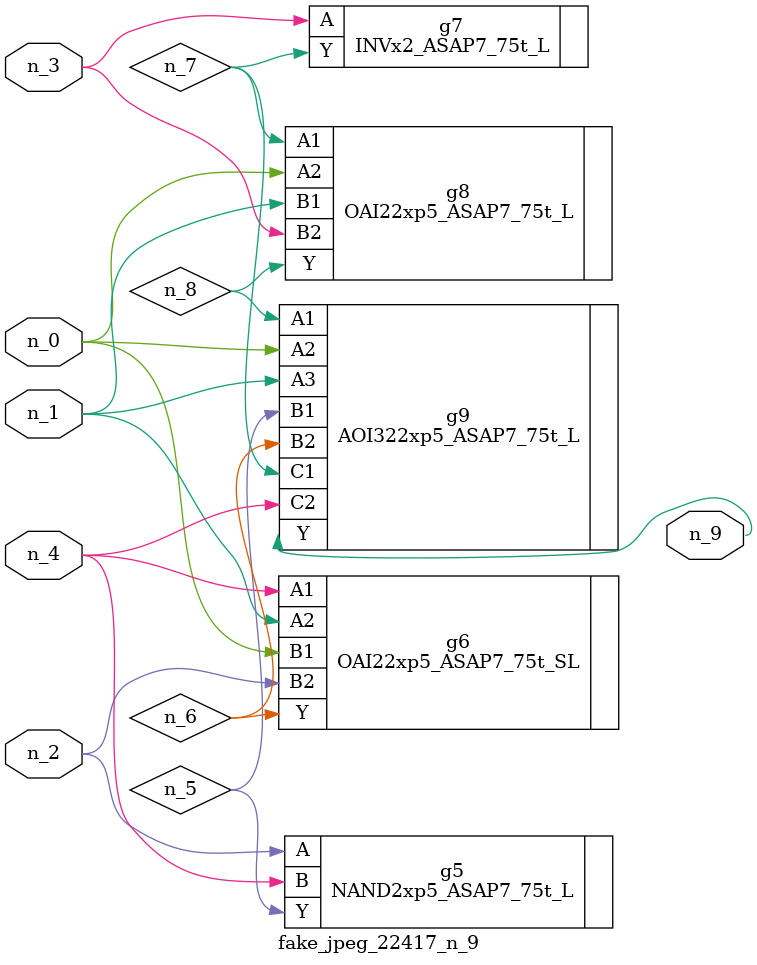
<source format=v>
module fake_jpeg_22417_n_9 (n_3, n_2, n_1, n_0, n_4, n_9);

input n_3;
input n_2;
input n_1;
input n_0;
input n_4;

output n_9;

wire n_8;
wire n_6;
wire n_5;
wire n_7;

NAND2xp5_ASAP7_75t_L g5 ( 
.A(n_2),
.B(n_4),
.Y(n_5)
);

OAI22xp5_ASAP7_75t_SL g6 ( 
.A1(n_4),
.A2(n_1),
.B1(n_0),
.B2(n_2),
.Y(n_6)
);

INVx2_ASAP7_75t_L g7 ( 
.A(n_3),
.Y(n_7)
);

OAI22xp5_ASAP7_75t_L g8 ( 
.A1(n_7),
.A2(n_0),
.B1(n_1),
.B2(n_3),
.Y(n_8)
);

AOI322xp5_ASAP7_75t_L g9 ( 
.A1(n_8),
.A2(n_0),
.A3(n_1),
.B1(n_5),
.B2(n_6),
.C1(n_7),
.C2(n_4),
.Y(n_9)
);


endmodule
</source>
